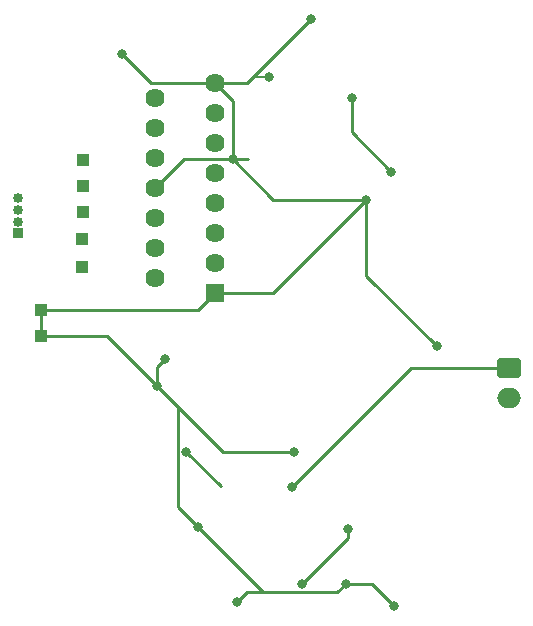
<source format=gbl>
%TF.GenerationSoftware,KiCad,Pcbnew,7.0.5-0*%
%TF.CreationDate,2024-11-16T18:44:09-05:00*%
%TF.ProjectId,PCB_design,5043425f-6465-4736-9967-6e2e6b696361,rev?*%
%TF.SameCoordinates,Original*%
%TF.FileFunction,Copper,L2,Bot*%
%TF.FilePolarity,Positive*%
%FSLAX46Y46*%
G04 Gerber Fmt 4.6, Leading zero omitted, Abs format (unit mm)*
G04 Created by KiCad (PCBNEW 7.0.5-0) date 2024-11-16 18:44:09*
%MOMM*%
%LPD*%
G01*
G04 APERTURE LIST*
G04 Aperture macros list*
%AMRoundRect*
0 Rectangle with rounded corners*
0 $1 Rounding radius*
0 $2 $3 $4 $5 $6 $7 $8 $9 X,Y pos of 4 corners*
0 Add a 4 corners polygon primitive as box body*
4,1,4,$2,$3,$4,$5,$6,$7,$8,$9,$2,$3,0*
0 Add four circle primitives for the rounded corners*
1,1,$1+$1,$2,$3*
1,1,$1+$1,$4,$5*
1,1,$1+$1,$6,$7*
1,1,$1+$1,$8,$9*
0 Add four rect primitives between the rounded corners*
20,1,$1+$1,$2,$3,$4,$5,0*
20,1,$1+$1,$4,$5,$6,$7,0*
20,1,$1+$1,$6,$7,$8,$9,0*
20,1,$1+$1,$8,$9,$2,$3,0*%
G04 Aperture macros list end*
%TA.AperFunction,ComponentPad*%
%ADD10C,1.620000*%
%TD*%
%TA.AperFunction,ComponentPad*%
%ADD11R,1.620000X1.620000*%
%TD*%
%TA.AperFunction,ComponentPad*%
%ADD12R,1.000000X1.000000*%
%TD*%
%TA.AperFunction,ComponentPad*%
%ADD13O,0.850000X0.850000*%
%TD*%
%TA.AperFunction,ComponentPad*%
%ADD14R,0.850000X0.850000*%
%TD*%
%TA.AperFunction,ComponentPad*%
%ADD15O,2.000000X1.700000*%
%TD*%
%TA.AperFunction,ComponentPad*%
%ADD16RoundRect,0.250000X-0.750000X0.600000X-0.750000X-0.600000X0.750000X-0.600000X0.750000X0.600000X0*%
%TD*%
%TA.AperFunction,ViaPad*%
%ADD17C,0.800000*%
%TD*%
%TA.AperFunction,Conductor*%
%ADD18C,0.200000*%
%TD*%
%TA.AperFunction,Conductor*%
%ADD19C,0.250000*%
%TD*%
%ADD20C,0.350000*%
G04 APERTURE END LIST*
D10*
%TO.P,U1,15,SENSE_B*%
%TO.N,GND_Arduino1*%
X56040000Y-34350000D03*
%TO.P,U1,14,OUT4*%
%TO.N,OUT4*%
X50960000Y-35620000D03*
%TO.P,U1,13,OUT3*%
%TO.N,OUT3*%
X56040000Y-36890000D03*
%TO.P,U1,12,IN4*%
%TO.N,A3*%
X50960000Y-38160000D03*
%TO.P,U1,11,EnB*%
%TO.N,+5V Arduino*%
X56040000Y-39430000D03*
%TO.P,U1,10,IN3*%
%TO.N,A2*%
X50960000Y-40700000D03*
%TO.P,U1,9,Vss*%
%TO.N,+5V Arduino*%
X56040000Y-41970000D03*
%TO.P,U1,8,GND*%
%TO.N,GND_Arduino1*%
X50960000Y-43240000D03*
%TO.P,U1,7,IN2*%
%TO.N,A1*%
X56040000Y-44510000D03*
%TO.P,U1,6,EnA*%
%TO.N,+5V Arduino*%
X50960000Y-45780000D03*
%TO.P,U1,5,IN1*%
%TO.N,A0*%
X56040000Y-47050000D03*
%TO.P,U1,4,Vs*%
%TO.N,Boost_Out*%
X50960000Y-48320000D03*
%TO.P,U1,3,OUT2*%
%TO.N,OUT2*%
X56040000Y-49590000D03*
%TO.P,U1,2,OUT1*%
%TO.N,OUT1*%
X50960000Y-50860000D03*
D11*
%TO.P,U1,1,SENSE_A*%
%TO.N,GND_Arduino1*%
X56040000Y-52130000D03*
%TD*%
D12*
%TO.P,J11,1,Pin_1*%
%TO.N,GND_Arduino1*%
X41310000Y-55780000D03*
%TD*%
%TO.P,J10,1,Pin_1*%
%TO.N,GND_Arduino1*%
X41320000Y-53590000D03*
%TD*%
%TO.P,J8,1,Pin_1*%
%TO.N,A3*%
X44850000Y-40830000D03*
%TD*%
%TO.P,J7,1,Pin_1*%
%TO.N,A2*%
X44850000Y-43020000D03*
%TD*%
%TO.P,J6,1,Pin_1*%
%TO.N,A1*%
X44850000Y-45270000D03*
%TD*%
%TO.P,J5,1,Pin_1*%
%TO.N,A0*%
X44790000Y-49950000D03*
%TD*%
%TO.P,J3,1,Pin_1*%
%TO.N,+5V Arduino*%
X44820000Y-47570000D03*
%TD*%
D13*
%TO.P,J2,4,Pin_4*%
%TO.N,OUT4*%
X39350000Y-44080000D03*
%TO.P,J2,3,Pin_3*%
%TO.N,OUT3*%
X39350000Y-45080000D03*
%TO.P,J2,2,Pin_2*%
%TO.N,OUT2*%
X39350000Y-46080000D03*
D14*
%TO.P,J2,1,Pin_1*%
%TO.N,OUT1*%
X39350000Y-47080000D03*
%TD*%
D15*
%TO.P,J4,2,Pin_2*%
%TO.N,Bat+*%
X80907500Y-60970000D03*
D16*
%TO.P,J4,1,Pin_1*%
%TO.N,Batt-*%
X80907500Y-58470000D03*
%TD*%
D17*
%TO.N,GND_Arduino1*%
X57900000Y-78310000D03*
X71250000Y-78650000D03*
%TO.N,Batt-*%
X62590000Y-68510000D03*
X53610000Y-65540000D03*
%TO.N,Bat+*%
X63440000Y-76720000D03*
%TO.N,GND_Arduino1*%
X67120000Y-76740500D03*
%TO.N,Bat+*%
X67330000Y-72110000D03*
%TO.N,GND_Arduino1*%
X54580000Y-71950000D03*
X62780000Y-65590000D03*
X51110000Y-60000000D03*
X51830000Y-57690000D03*
X74830000Y-56600000D03*
X64190000Y-28920000D03*
X48210000Y-31920000D03*
X60630000Y-33850000D03*
X57580000Y-40800000D03*
X68880000Y-44210000D03*
%TO.N,+5V Arduino*%
X70970000Y-41850000D03*
X67620000Y-35630000D03*
%TD*%
D18*
%TO.N,GND_Arduino1*%
X60630000Y-33850000D02*
X59260000Y-33850000D01*
X59260000Y-33850000D02*
X58760000Y-34350000D01*
D19*
X62780000Y-65590000D02*
X56700000Y-65590000D01*
X56700000Y-65590000D02*
X51110000Y-60000000D01*
%TO.N,Batt-*%
X62590000Y-68510000D02*
X72630000Y-58470000D01*
X72630000Y-58470000D02*
X80907500Y-58470000D01*
%TO.N,GND_Arduino1*%
X57900000Y-78310000D02*
X58765000Y-77445000D01*
X58765000Y-77445000D02*
X60075000Y-77445000D01*
X71250000Y-78650000D02*
X69340500Y-76740500D01*
X69340500Y-76740500D02*
X67120000Y-76740500D01*
X54580000Y-71950000D02*
X52885000Y-70255000D01*
X52885000Y-70255000D02*
X52885000Y-61775000D01*
X52885000Y-61775000D02*
X51110000Y-60000000D01*
%TO.N,Batt-*%
X53610000Y-65540000D02*
X56550000Y-68480000D01*
%TO.N,Bat+*%
X67330000Y-72110000D02*
X67330000Y-72830000D01*
X67330000Y-72830000D02*
X63440000Y-76720000D01*
%TO.N,GND_Arduino1*%
X67120000Y-76740500D02*
X66415500Y-77445000D01*
X66415500Y-77445000D02*
X60075000Y-77445000D01*
X60075000Y-77445000D02*
X54580000Y-71950000D01*
X51110000Y-60000000D02*
X46890000Y-55780000D01*
X46890000Y-55780000D02*
X41310000Y-55780000D01*
X51830000Y-57690000D02*
X51110000Y-58410000D01*
X51110000Y-58410000D02*
X51110000Y-60000000D01*
X41320000Y-53590000D02*
X54580000Y-53590000D01*
X54580000Y-53590000D02*
X56040000Y-52130000D01*
X41320000Y-53590000D02*
X41320000Y-55770000D01*
X41320000Y-55770000D02*
X41310000Y-55780000D01*
X56040000Y-52130000D02*
X60960000Y-52130000D01*
X60960000Y-52130000D02*
X68880000Y-44210000D01*
X74830000Y-56600000D02*
X68880000Y-50650000D01*
X68880000Y-50650000D02*
X68880000Y-44210000D01*
X64190000Y-28920000D02*
X58760000Y-34350000D01*
X58760000Y-34350000D02*
X56040000Y-34350000D01*
X48210000Y-31920000D02*
X50640000Y-34350000D01*
X50640000Y-34350000D02*
X56040000Y-34350000D01*
X56040000Y-34350000D02*
X57580000Y-35890000D01*
X57580000Y-35890000D02*
X57580000Y-40800000D01*
X57580000Y-40800000D02*
X58860000Y-40800000D01*
X57580000Y-40800000D02*
X53400000Y-40800000D01*
X53400000Y-40800000D02*
X50960000Y-43240000D01*
X57580000Y-40800000D02*
X60990000Y-44210000D01*
X60990000Y-44210000D02*
X68880000Y-44210000D01*
%TO.N,+5V Arduino*%
X67620000Y-35630000D02*
X67620000Y-38500000D01*
X67620000Y-38500000D02*
X70970000Y-41850000D01*
%TD*%
D20*
X57900000Y-78310000D03*
X71250000Y-78650000D03*
X62590000Y-68510000D03*
X53610000Y-65540000D03*
X63440000Y-76720000D03*
X67120000Y-76740500D03*
X67330000Y-72110000D03*
X54580000Y-71950000D03*
X62780000Y-65590000D03*
X51110000Y-60000000D03*
X51830000Y-57690000D03*
X74830000Y-56600000D03*
X64190000Y-28920000D03*
X48210000Y-31920000D03*
X60630000Y-33850000D03*
X57580000Y-40800000D03*
X68880000Y-44210000D03*
X70970000Y-41850000D03*
X67620000Y-35630000D03*
X56040000Y-34350000D03*
X50960000Y-35620000D03*
X56040000Y-36890000D03*
X50960000Y-38160000D03*
X56040000Y-39430000D03*
X50960000Y-40700000D03*
X56040000Y-41970000D03*
X50960000Y-43240000D03*
X56040000Y-44510000D03*
X50960000Y-45780000D03*
X56040000Y-47050000D03*
X50960000Y-48320000D03*
X56040000Y-49590000D03*
X50960000Y-50860000D03*
X56040000Y-52130000D03*
X41310000Y-55780000D03*
X41320000Y-53590000D03*
X44850000Y-40830000D03*
X44850000Y-43020000D03*
X44850000Y-45270000D03*
X44790000Y-49950000D03*
X44820000Y-47570000D03*
X39350000Y-44080000D03*
X39350000Y-45080000D03*
X39350000Y-46080000D03*
X39350000Y-47080000D03*
X80907500Y-60970000D03*
X80907500Y-58470000D03*
M02*

</source>
